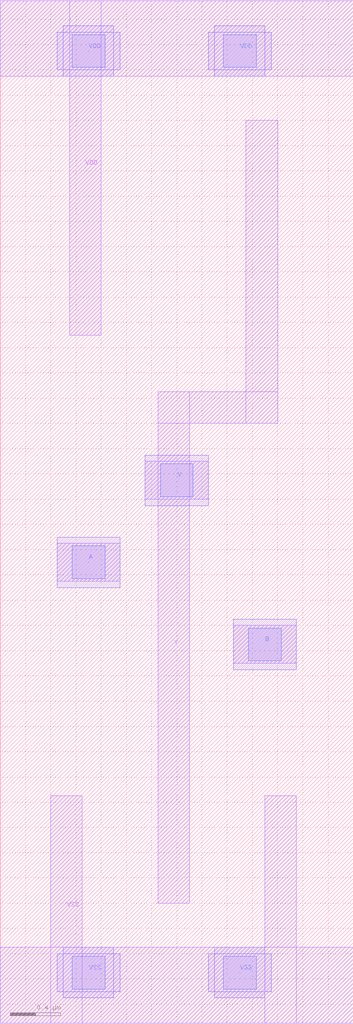
<source format=lef>
# Copyright 2022 Google LLC
# Licensed under the Apache License, Version 2.0 (the "License");
# you may not use this file except in compliance with the License.
# You may obtain a copy of the License at
#
#      http://www.apache.org/licenses/LICENSE-2.0
#
# Unless required by applicable law or agreed to in writing, software
# distributed under the License is distributed on an "AS IS" BASIS,
# WITHOUT WARRANTIES OR CONDITIONS OF ANY KIND, either express or implied.
# See the License for the specific language governing permissions and
# limitations under the License.
VERSION 5.7 ;
BUSBITCHARS "[]" ;
DIVIDERCHAR "/" ;

MACRO gf180mcu_osu_sc_12T_nor2_1
  CLASS CORE ;
  ORIGIN 0 0.15 ;
  FOREIGN gf180mcu_osu_sc_12T_nor2_1 0 -0.15 ;
  SIZE 2.8 BY 8.1 ;
  SYMMETRY X Y ;
  SITE GF018hv5v_mcu_sc7 ;
  PIN A
    DIRECTION INPUT ;
    USE SIGNAL ;
    PORT
      LAYER MET1 ;
        RECT 0.45 3.35 0.95 3.65 ;
      LAYER MET2 ;
        RECT 0.45 3.3 0.95 3.7 ;
      LAYER VIA12 ;
        RECT 0.57 3.37 0.83 3.63 ;
    END
  END A
  PIN B
    DIRECTION INPUT ;
    USE SIGNAL ;
    PORT
      LAYER MET1 ;
        RECT 1.85 2.7 2.35 3 ;
      LAYER MET2 ;
        RECT 1.85 2.65 2.35 3.05 ;
      LAYER VIA12 ;
        RECT 1.97 2.72 2.23 2.98 ;
    END
  END B
  PIN VDD
    DIRECTION INOUT ;
    USE POWER ;
    SHAPE ABUTMENT ;
    PORT
      LAYER MET1 ;
        RECT 0 7.35 2.8 7.95 ;
        RECT 0.55 5.3 0.8 7.95 ;
      LAYER MET2 ;
        RECT 1.65 7.4 2.15 7.7 ;
        RECT 1.7 7.35 2.1 7.75 ;
        RECT 0.45 7.4 0.95 7.7 ;
        RECT 0.5 7.35 0.9 7.75 ;
      LAYER VIA12 ;
        RECT 0.57 7.42 0.83 7.68 ;
        RECT 1.77 7.42 2.03 7.68 ;
    END
  END VDD
  PIN VSS
    DIRECTION INOUT ;
    USE GROUND ;
    PORT
      LAYER MET1 ;
        RECT 0 -0.15 2.8 0.45 ;
        RECT 2.1 -0.15 2.35 1.65 ;
        RECT 0.4 -0.15 0.65 1.65 ;
      LAYER MET2 ;
        RECT 1.65 0.1 2.15 0.4 ;
        RECT 1.7 0.05 2.1 0.45 ;
        RECT 0.45 0.1 0.95 0.4 ;
        RECT 0.5 0.05 0.9 0.45 ;
      LAYER VIA12 ;
        RECT 0.57 0.12 0.83 0.38 ;
        RECT 1.77 0.12 2.03 0.38 ;
    END
  END VSS
  PIN Y
    DIRECTION OUTPUT ;
    USE SIGNAL ;
    PORT
      LAYER MET1 ;
        RECT 1.95 4.6 2.2 7 ;
        RECT 1.25 4.6 2.2 4.85 ;
        RECT 1.15 4 1.65 4.3 ;
        RECT 1.25 0.8 1.5 4.85 ;
      LAYER MET2 ;
        RECT 1.15 3.95 1.65 4.35 ;
      LAYER VIA12 ;
        RECT 1.27 4.02 1.53 4.28 ;
    END
  END Y
END gf180mcu_osu_sc_12T_nor2_1

</source>
